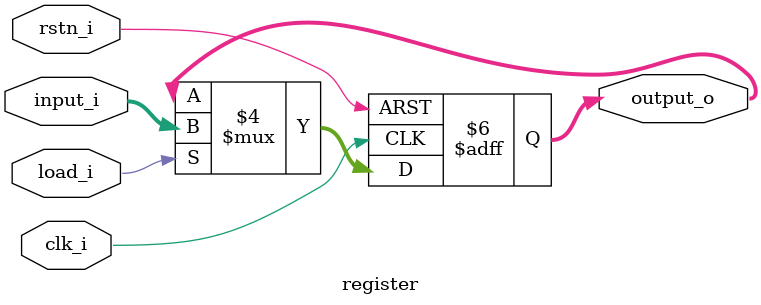
<source format=sv>
`default_nettype none

module register #(
    parameter WIDTH = 64
) (
    input wire clk_i,
    input wire rstn_i,
    input wire load_i,
    input wire [WIDTH-1:0] input_i,
    output reg [WIDTH-1:0] output_o
);
    
    always @(posedge clk_i, negedge rstn_i) begin
        if (~rstn_i) begin
            output_o <= 0;
        end else if (load_i) begin
            output_o <= input_i;
        end else begin
            output_o <= output_o;
        end
    end

endmodule

`default_nettype wire


</source>
